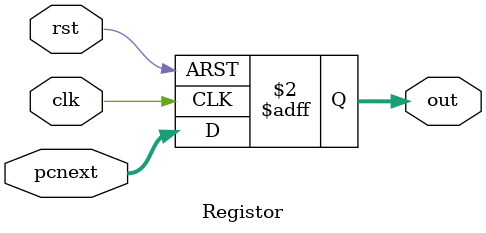
<source format=v>
module Registor(pcnext,clk,rst,out);
    input [31:0] pcnext;
    input clk;
    input rst;
    output reg [31:0] out;
    
    always @(posedge clk or posedge rst) begin
        if (rst) begin
            out <= 32'b0;
        end 
        else begin
            out <= pcnext;
        end
    end
endmodule
</source>
